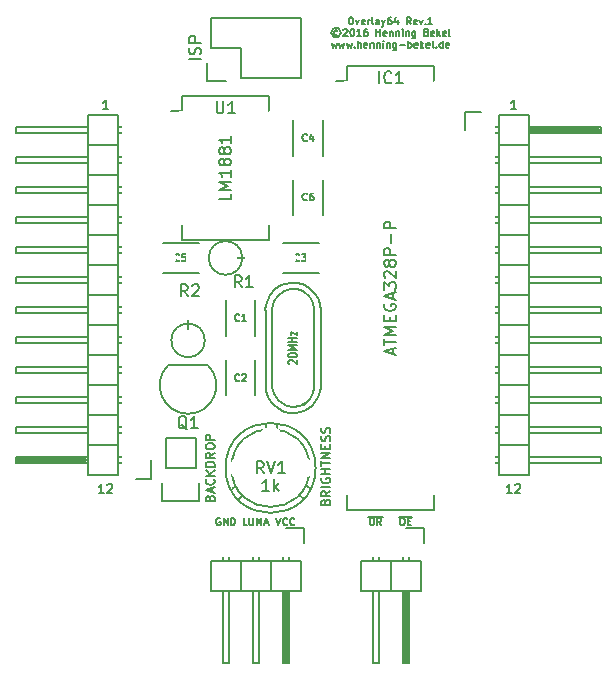
<source format=gto>
G04 #@! TF.FileFunction,Legend,Top*
%FSLAX46Y46*%
G04 Gerber Fmt 4.6, Leading zero omitted, Abs format (unit mm)*
G04 Created by KiCad (PCBNEW 4.0.0-rc2-stable) date 24.05.2016 15:53:59*
%MOMM*%
G01*
G04 APERTURE LIST*
%ADD10C,0.100000*%
%ADD11C,0.150000*%
%ADD12O,2.000000X2.000000*%
%ADD13R,1.700000X1.700000*%
%ADD14C,1.700000*%
%ADD15R,2.127200X2.127200*%
%ADD16O,2.127200X2.127200*%
%ADD17O,1.299160X1.901140*%
%ADD18C,1.797000*%
%ADD19C,1.901140*%
%ADD20R,2.432000X2.127200*%
%ADD21O,2.432000X2.127200*%
%ADD22R,2.127200X2.432000*%
%ADD23O,2.127200X2.432000*%
%ADD24R,2.432000X2.432000*%
%ADD25O,2.432000X2.432000*%
%ADD26C,4.400000*%
%ADD27C,1.924000*%
G04 APERTURE END LIST*
D10*
D11*
X154079999Y-76659429D02*
X154194285Y-76659429D01*
X154251427Y-76688000D01*
X154308570Y-76745143D01*
X154337142Y-76859429D01*
X154337142Y-77059429D01*
X154308570Y-77173714D01*
X154251427Y-77230857D01*
X154194285Y-77259429D01*
X154079999Y-77259429D01*
X154022856Y-77230857D01*
X153965713Y-77173714D01*
X153937142Y-77059429D01*
X153937142Y-76859429D01*
X153965713Y-76745143D01*
X154022856Y-76688000D01*
X154079999Y-76659429D01*
X154537141Y-76859429D02*
X154679998Y-77259429D01*
X154822856Y-76859429D01*
X155279999Y-77230857D02*
X155222856Y-77259429D01*
X155108570Y-77259429D01*
X155051427Y-77230857D01*
X155022856Y-77173714D01*
X155022856Y-76945143D01*
X155051427Y-76888000D01*
X155108570Y-76859429D01*
X155222856Y-76859429D01*
X155279999Y-76888000D01*
X155308570Y-76945143D01*
X155308570Y-77002286D01*
X155022856Y-77059429D01*
X155565713Y-77259429D02*
X155565713Y-76859429D01*
X155565713Y-76973714D02*
X155594285Y-76916571D01*
X155622856Y-76888000D01*
X155679999Y-76859429D01*
X155737142Y-76859429D01*
X156022856Y-77259429D02*
X155965714Y-77230857D01*
X155937142Y-77173714D01*
X155937142Y-76659429D01*
X156508571Y-77259429D02*
X156508571Y-76945143D01*
X156480000Y-76888000D01*
X156422857Y-76859429D01*
X156308571Y-76859429D01*
X156251428Y-76888000D01*
X156508571Y-77230857D02*
X156451428Y-77259429D01*
X156308571Y-77259429D01*
X156251428Y-77230857D01*
X156222857Y-77173714D01*
X156222857Y-77116571D01*
X156251428Y-77059429D01*
X156308571Y-77030857D01*
X156451428Y-77030857D01*
X156508571Y-77002286D01*
X156737142Y-76859429D02*
X156879999Y-77259429D01*
X157022857Y-76859429D02*
X156879999Y-77259429D01*
X156822857Y-77402286D01*
X156794285Y-77430857D01*
X156737142Y-77459429D01*
X157508571Y-76659429D02*
X157394285Y-76659429D01*
X157337142Y-76688000D01*
X157308571Y-76716571D01*
X157251428Y-76802286D01*
X157222857Y-76916571D01*
X157222857Y-77145143D01*
X157251428Y-77202286D01*
X157280000Y-77230857D01*
X157337142Y-77259429D01*
X157451428Y-77259429D01*
X157508571Y-77230857D01*
X157537142Y-77202286D01*
X157565714Y-77145143D01*
X157565714Y-77002286D01*
X157537142Y-76945143D01*
X157508571Y-76916571D01*
X157451428Y-76888000D01*
X157337142Y-76888000D01*
X157280000Y-76916571D01*
X157251428Y-76945143D01*
X157222857Y-77002286D01*
X158080000Y-76859429D02*
X158080000Y-77259429D01*
X157937143Y-76630857D02*
X157794286Y-77059429D01*
X158165714Y-77059429D01*
X159194286Y-77259429D02*
X158994286Y-76973714D01*
X158851429Y-77259429D02*
X158851429Y-76659429D01*
X159080001Y-76659429D01*
X159137143Y-76688000D01*
X159165715Y-76716571D01*
X159194286Y-76773714D01*
X159194286Y-76859429D01*
X159165715Y-76916571D01*
X159137143Y-76945143D01*
X159080001Y-76973714D01*
X158851429Y-76973714D01*
X159680001Y-77230857D02*
X159622858Y-77259429D01*
X159508572Y-77259429D01*
X159451429Y-77230857D01*
X159422858Y-77173714D01*
X159422858Y-76945143D01*
X159451429Y-76888000D01*
X159508572Y-76859429D01*
X159622858Y-76859429D01*
X159680001Y-76888000D01*
X159708572Y-76945143D01*
X159708572Y-77002286D01*
X159422858Y-77059429D01*
X159908572Y-76859429D02*
X160051429Y-77259429D01*
X160194287Y-76859429D01*
X160422858Y-77202286D02*
X160451430Y-77230857D01*
X160422858Y-77259429D01*
X160394287Y-77230857D01*
X160422858Y-77202286D01*
X160422858Y-77259429D01*
X161022858Y-77259429D02*
X160680001Y-77259429D01*
X160851429Y-77259429D02*
X160851429Y-76659429D01*
X160794286Y-76745143D01*
X160737144Y-76802286D01*
X160680001Y-76830857D01*
X152979999Y-77792286D02*
X152922857Y-77763714D01*
X152808571Y-77763714D01*
X152751428Y-77792286D01*
X152694285Y-77849429D01*
X152665714Y-77906571D01*
X152665714Y-78020857D01*
X152694285Y-78078000D01*
X152751428Y-78135143D01*
X152808571Y-78163714D01*
X152922857Y-78163714D01*
X152979999Y-78135143D01*
X152865714Y-77563714D02*
X152722857Y-77592286D01*
X152579999Y-77678000D01*
X152494285Y-77820857D01*
X152465714Y-77963714D01*
X152494285Y-78106571D01*
X152579999Y-78249429D01*
X152722857Y-78335143D01*
X152865714Y-78363714D01*
X153008571Y-78335143D01*
X153151428Y-78249429D01*
X153237142Y-78106571D01*
X153265714Y-77963714D01*
X153237142Y-77820857D01*
X153151428Y-77678000D01*
X153008571Y-77592286D01*
X152865714Y-77563714D01*
X153494285Y-77706571D02*
X153522856Y-77678000D01*
X153579999Y-77649429D01*
X153722856Y-77649429D01*
X153779999Y-77678000D01*
X153808570Y-77706571D01*
X153837142Y-77763714D01*
X153837142Y-77820857D01*
X153808570Y-77906571D01*
X153465713Y-78249429D01*
X153837142Y-78249429D01*
X154208571Y-77649429D02*
X154265714Y-77649429D01*
X154322857Y-77678000D01*
X154351428Y-77706571D01*
X154379999Y-77763714D01*
X154408571Y-77878000D01*
X154408571Y-78020857D01*
X154379999Y-78135143D01*
X154351428Y-78192286D01*
X154322857Y-78220857D01*
X154265714Y-78249429D01*
X154208571Y-78249429D01*
X154151428Y-78220857D01*
X154122857Y-78192286D01*
X154094285Y-78135143D01*
X154065714Y-78020857D01*
X154065714Y-77878000D01*
X154094285Y-77763714D01*
X154122857Y-77706571D01*
X154151428Y-77678000D01*
X154208571Y-77649429D01*
X154980000Y-78249429D02*
X154637143Y-78249429D01*
X154808571Y-78249429D02*
X154808571Y-77649429D01*
X154751428Y-77735143D01*
X154694286Y-77792286D01*
X154637143Y-77820857D01*
X155494286Y-77649429D02*
X155380000Y-77649429D01*
X155322857Y-77678000D01*
X155294286Y-77706571D01*
X155237143Y-77792286D01*
X155208572Y-77906571D01*
X155208572Y-78135143D01*
X155237143Y-78192286D01*
X155265715Y-78220857D01*
X155322857Y-78249429D01*
X155437143Y-78249429D01*
X155494286Y-78220857D01*
X155522857Y-78192286D01*
X155551429Y-78135143D01*
X155551429Y-77992286D01*
X155522857Y-77935143D01*
X155494286Y-77906571D01*
X155437143Y-77878000D01*
X155322857Y-77878000D01*
X155265715Y-77906571D01*
X155237143Y-77935143D01*
X155208572Y-77992286D01*
X156265715Y-78249429D02*
X156265715Y-77649429D01*
X156265715Y-77935143D02*
X156608572Y-77935143D01*
X156608572Y-78249429D02*
X156608572Y-77649429D01*
X157122858Y-78220857D02*
X157065715Y-78249429D01*
X156951429Y-78249429D01*
X156894286Y-78220857D01*
X156865715Y-78163714D01*
X156865715Y-77935143D01*
X156894286Y-77878000D01*
X156951429Y-77849429D01*
X157065715Y-77849429D01*
X157122858Y-77878000D01*
X157151429Y-77935143D01*
X157151429Y-77992286D01*
X156865715Y-78049429D01*
X157408572Y-77849429D02*
X157408572Y-78249429D01*
X157408572Y-77906571D02*
X157437144Y-77878000D01*
X157494286Y-77849429D01*
X157580001Y-77849429D01*
X157637144Y-77878000D01*
X157665715Y-77935143D01*
X157665715Y-78249429D01*
X157951429Y-77849429D02*
X157951429Y-78249429D01*
X157951429Y-77906571D02*
X157980001Y-77878000D01*
X158037143Y-77849429D01*
X158122858Y-77849429D01*
X158180001Y-77878000D01*
X158208572Y-77935143D01*
X158208572Y-78249429D01*
X158494286Y-78249429D02*
X158494286Y-77849429D01*
X158494286Y-77649429D02*
X158465715Y-77678000D01*
X158494286Y-77706571D01*
X158522858Y-77678000D01*
X158494286Y-77649429D01*
X158494286Y-77706571D01*
X158780000Y-77849429D02*
X158780000Y-78249429D01*
X158780000Y-77906571D02*
X158808572Y-77878000D01*
X158865714Y-77849429D01*
X158951429Y-77849429D01*
X159008572Y-77878000D01*
X159037143Y-77935143D01*
X159037143Y-78249429D01*
X159580000Y-77849429D02*
X159580000Y-78335143D01*
X159551429Y-78392286D01*
X159522857Y-78420857D01*
X159465714Y-78449429D01*
X159380000Y-78449429D01*
X159322857Y-78420857D01*
X159580000Y-78220857D02*
X159522857Y-78249429D01*
X159408571Y-78249429D01*
X159351429Y-78220857D01*
X159322857Y-78192286D01*
X159294286Y-78135143D01*
X159294286Y-77963714D01*
X159322857Y-77906571D01*
X159351429Y-77878000D01*
X159408571Y-77849429D01*
X159522857Y-77849429D01*
X159580000Y-77878000D01*
X160522857Y-77935143D02*
X160608571Y-77963714D01*
X160637143Y-77992286D01*
X160665714Y-78049429D01*
X160665714Y-78135143D01*
X160637143Y-78192286D01*
X160608571Y-78220857D01*
X160551429Y-78249429D01*
X160322857Y-78249429D01*
X160322857Y-77649429D01*
X160522857Y-77649429D01*
X160580000Y-77678000D01*
X160608571Y-77706571D01*
X160637143Y-77763714D01*
X160637143Y-77820857D01*
X160608571Y-77878000D01*
X160580000Y-77906571D01*
X160522857Y-77935143D01*
X160322857Y-77935143D01*
X161151429Y-78220857D02*
X161094286Y-78249429D01*
X160980000Y-78249429D01*
X160922857Y-78220857D01*
X160894286Y-78163714D01*
X160894286Y-77935143D01*
X160922857Y-77878000D01*
X160980000Y-77849429D01*
X161094286Y-77849429D01*
X161151429Y-77878000D01*
X161180000Y-77935143D01*
X161180000Y-77992286D01*
X160894286Y-78049429D01*
X161437143Y-78249429D02*
X161437143Y-77649429D01*
X161494286Y-78020857D02*
X161665715Y-78249429D01*
X161665715Y-77849429D02*
X161437143Y-78078000D01*
X162151429Y-78220857D02*
X162094286Y-78249429D01*
X161980000Y-78249429D01*
X161922857Y-78220857D01*
X161894286Y-78163714D01*
X161894286Y-77935143D01*
X161922857Y-77878000D01*
X161980000Y-77849429D01*
X162094286Y-77849429D01*
X162151429Y-77878000D01*
X162180000Y-77935143D01*
X162180000Y-77992286D01*
X161894286Y-78049429D01*
X162522857Y-78249429D02*
X162465715Y-78220857D01*
X162437143Y-78163714D01*
X162437143Y-77649429D01*
X152494287Y-78839429D02*
X152608573Y-79239429D01*
X152722859Y-78953714D01*
X152837144Y-79239429D01*
X152951430Y-78839429D01*
X153122858Y-78839429D02*
X153237144Y-79239429D01*
X153351430Y-78953714D01*
X153465715Y-79239429D01*
X153580001Y-78839429D01*
X153751429Y-78839429D02*
X153865715Y-79239429D01*
X153980001Y-78953714D01*
X154094286Y-79239429D01*
X154208572Y-78839429D01*
X154437143Y-79182286D02*
X154465715Y-79210857D01*
X154437143Y-79239429D01*
X154408572Y-79210857D01*
X154437143Y-79182286D01*
X154437143Y-79239429D01*
X154722857Y-79239429D02*
X154722857Y-78639429D01*
X154980000Y-79239429D02*
X154980000Y-78925143D01*
X154951429Y-78868000D01*
X154894286Y-78839429D01*
X154808571Y-78839429D01*
X154751429Y-78868000D01*
X154722857Y-78896571D01*
X155494286Y-79210857D02*
X155437143Y-79239429D01*
X155322857Y-79239429D01*
X155265714Y-79210857D01*
X155237143Y-79153714D01*
X155237143Y-78925143D01*
X155265714Y-78868000D01*
X155322857Y-78839429D01*
X155437143Y-78839429D01*
X155494286Y-78868000D01*
X155522857Y-78925143D01*
X155522857Y-78982286D01*
X155237143Y-79039429D01*
X155780000Y-78839429D02*
X155780000Y-79239429D01*
X155780000Y-78896571D02*
X155808572Y-78868000D01*
X155865714Y-78839429D01*
X155951429Y-78839429D01*
X156008572Y-78868000D01*
X156037143Y-78925143D01*
X156037143Y-79239429D01*
X156322857Y-78839429D02*
X156322857Y-79239429D01*
X156322857Y-78896571D02*
X156351429Y-78868000D01*
X156408571Y-78839429D01*
X156494286Y-78839429D01*
X156551429Y-78868000D01*
X156580000Y-78925143D01*
X156580000Y-79239429D01*
X156865714Y-79239429D02*
X156865714Y-78839429D01*
X156865714Y-78639429D02*
X156837143Y-78668000D01*
X156865714Y-78696571D01*
X156894286Y-78668000D01*
X156865714Y-78639429D01*
X156865714Y-78696571D01*
X157151428Y-78839429D02*
X157151428Y-79239429D01*
X157151428Y-78896571D02*
X157180000Y-78868000D01*
X157237142Y-78839429D01*
X157322857Y-78839429D01*
X157380000Y-78868000D01*
X157408571Y-78925143D01*
X157408571Y-79239429D01*
X157951428Y-78839429D02*
X157951428Y-79325143D01*
X157922857Y-79382286D01*
X157894285Y-79410857D01*
X157837142Y-79439429D01*
X157751428Y-79439429D01*
X157694285Y-79410857D01*
X157951428Y-79210857D02*
X157894285Y-79239429D01*
X157779999Y-79239429D01*
X157722857Y-79210857D01*
X157694285Y-79182286D01*
X157665714Y-79125143D01*
X157665714Y-78953714D01*
X157694285Y-78896571D01*
X157722857Y-78868000D01*
X157779999Y-78839429D01*
X157894285Y-78839429D01*
X157951428Y-78868000D01*
X158237142Y-79010857D02*
X158694285Y-79010857D01*
X158979999Y-79239429D02*
X158979999Y-78639429D01*
X158979999Y-78868000D02*
X159037142Y-78839429D01*
X159151428Y-78839429D01*
X159208571Y-78868000D01*
X159237142Y-78896571D01*
X159265713Y-78953714D01*
X159265713Y-79125143D01*
X159237142Y-79182286D01*
X159208571Y-79210857D01*
X159151428Y-79239429D01*
X159037142Y-79239429D01*
X158979999Y-79210857D01*
X159751428Y-79210857D02*
X159694285Y-79239429D01*
X159579999Y-79239429D01*
X159522856Y-79210857D01*
X159494285Y-79153714D01*
X159494285Y-78925143D01*
X159522856Y-78868000D01*
X159579999Y-78839429D01*
X159694285Y-78839429D01*
X159751428Y-78868000D01*
X159779999Y-78925143D01*
X159779999Y-78982286D01*
X159494285Y-79039429D01*
X160037142Y-79239429D02*
X160037142Y-78639429D01*
X160094285Y-79010857D02*
X160265714Y-79239429D01*
X160265714Y-78839429D02*
X160037142Y-79068000D01*
X160751428Y-79210857D02*
X160694285Y-79239429D01*
X160579999Y-79239429D01*
X160522856Y-79210857D01*
X160494285Y-79153714D01*
X160494285Y-78925143D01*
X160522856Y-78868000D01*
X160579999Y-78839429D01*
X160694285Y-78839429D01*
X160751428Y-78868000D01*
X160779999Y-78925143D01*
X160779999Y-78982286D01*
X160494285Y-79039429D01*
X161122856Y-79239429D02*
X161065714Y-79210857D01*
X161037142Y-79153714D01*
X161037142Y-78639429D01*
X161351428Y-79182286D02*
X161380000Y-79210857D01*
X161351428Y-79239429D01*
X161322857Y-79210857D01*
X161351428Y-79182286D01*
X161351428Y-79239429D01*
X161894285Y-79239429D02*
X161894285Y-78639429D01*
X161894285Y-79210857D02*
X161837142Y-79239429D01*
X161722856Y-79239429D01*
X161665714Y-79210857D01*
X161637142Y-79182286D01*
X161608571Y-79125143D01*
X161608571Y-78953714D01*
X161637142Y-78896571D01*
X161665714Y-78868000D01*
X161722856Y-78839429D01*
X161837142Y-78839429D01*
X161894285Y-78868000D01*
X162408571Y-79210857D02*
X162351428Y-79239429D01*
X162237142Y-79239429D01*
X162179999Y-79210857D01*
X162151428Y-79153714D01*
X162151428Y-78925143D01*
X162179999Y-78868000D01*
X162237142Y-78839429D01*
X162351428Y-78839429D01*
X162408571Y-78868000D01*
X162437142Y-78925143D01*
X162437142Y-78982286D01*
X162151428Y-79039429D01*
X148881190Y-106005142D02*
X148845000Y-105976571D01*
X148808810Y-105919428D01*
X148808810Y-105776571D01*
X148845000Y-105719428D01*
X148881190Y-105690857D01*
X148953571Y-105662285D01*
X149025952Y-105662285D01*
X149134524Y-105690857D01*
X149568810Y-106033714D01*
X149568810Y-105662285D01*
X148808810Y-105290856D02*
X148808810Y-105233713D01*
X148845000Y-105176570D01*
X148881190Y-105147999D01*
X148953571Y-105119428D01*
X149098333Y-105090856D01*
X149279286Y-105090856D01*
X149424048Y-105119428D01*
X149496429Y-105147999D01*
X149532619Y-105176570D01*
X149568810Y-105233713D01*
X149568810Y-105290856D01*
X149532619Y-105347999D01*
X149496429Y-105376570D01*
X149424048Y-105405142D01*
X149279286Y-105433713D01*
X149098333Y-105433713D01*
X148953571Y-105405142D01*
X148881190Y-105376570D01*
X148845000Y-105347999D01*
X148808810Y-105290856D01*
X149568810Y-104833713D02*
X148808810Y-104833713D01*
X149351667Y-104633713D01*
X148808810Y-104433713D01*
X149568810Y-104433713D01*
X149568810Y-104147999D02*
X148808810Y-104147999D01*
X149170714Y-104147999D02*
X149170714Y-103805142D01*
X149568810Y-103805142D02*
X148808810Y-103805142D01*
X149062143Y-103576571D02*
X149062143Y-103262285D01*
X149568810Y-103576571D01*
X149568810Y-103262285D01*
X144680000Y-107402286D02*
X144651429Y-107430857D01*
X144565715Y-107459429D01*
X144508572Y-107459429D01*
X144422857Y-107430857D01*
X144365715Y-107373714D01*
X144337143Y-107316571D01*
X144308572Y-107202286D01*
X144308572Y-107116571D01*
X144337143Y-107002286D01*
X144365715Y-106945143D01*
X144422857Y-106888000D01*
X144508572Y-106859429D01*
X144565715Y-106859429D01*
X144651429Y-106888000D01*
X144680000Y-106916571D01*
X144908572Y-106916571D02*
X144937143Y-106888000D01*
X144994286Y-106859429D01*
X145137143Y-106859429D01*
X145194286Y-106888000D01*
X145222857Y-106916571D01*
X145251429Y-106973714D01*
X145251429Y-107030857D01*
X145222857Y-107116571D01*
X144880000Y-107459429D01*
X145251429Y-107459429D01*
X144680000Y-102322286D02*
X144651429Y-102350857D01*
X144565715Y-102379429D01*
X144508572Y-102379429D01*
X144422857Y-102350857D01*
X144365715Y-102293714D01*
X144337143Y-102236571D01*
X144308572Y-102122286D01*
X144308572Y-102036571D01*
X144337143Y-101922286D01*
X144365715Y-101865143D01*
X144422857Y-101808000D01*
X144508572Y-101779429D01*
X144565715Y-101779429D01*
X144651429Y-101808000D01*
X144680000Y-101836571D01*
X145251429Y-102379429D02*
X144908572Y-102379429D01*
X145080000Y-102379429D02*
X145080000Y-101779429D01*
X145022857Y-101865143D01*
X144965715Y-101922286D01*
X144908572Y-101950857D01*
X139600000Y-97242286D02*
X139571429Y-97270857D01*
X139485715Y-97299429D01*
X139428572Y-97299429D01*
X139342857Y-97270857D01*
X139285715Y-97213714D01*
X139257143Y-97156571D01*
X139228572Y-97042286D01*
X139228572Y-96956571D01*
X139257143Y-96842286D01*
X139285715Y-96785143D01*
X139342857Y-96728000D01*
X139428572Y-96699429D01*
X139485715Y-96699429D01*
X139571429Y-96728000D01*
X139600000Y-96756571D01*
X140142857Y-96699429D02*
X139857143Y-96699429D01*
X139828572Y-96985143D01*
X139857143Y-96956571D01*
X139914286Y-96928000D01*
X140057143Y-96928000D01*
X140114286Y-96956571D01*
X140142857Y-96985143D01*
X140171429Y-97042286D01*
X140171429Y-97185143D01*
X140142857Y-97242286D01*
X140114286Y-97270857D01*
X140057143Y-97299429D01*
X139914286Y-97299429D01*
X139857143Y-97270857D01*
X139828572Y-97242286D01*
X149760000Y-97242286D02*
X149731429Y-97270857D01*
X149645715Y-97299429D01*
X149588572Y-97299429D01*
X149502857Y-97270857D01*
X149445715Y-97213714D01*
X149417143Y-97156571D01*
X149388572Y-97042286D01*
X149388572Y-96956571D01*
X149417143Y-96842286D01*
X149445715Y-96785143D01*
X149502857Y-96728000D01*
X149588572Y-96699429D01*
X149645715Y-96699429D01*
X149731429Y-96728000D01*
X149760000Y-96756571D01*
X149960000Y-96699429D02*
X150331429Y-96699429D01*
X150131429Y-96928000D01*
X150217143Y-96928000D01*
X150274286Y-96956571D01*
X150302857Y-96985143D01*
X150331429Y-97042286D01*
X150331429Y-97185143D01*
X150302857Y-97242286D01*
X150274286Y-97270857D01*
X150217143Y-97299429D01*
X150045715Y-97299429D01*
X149988572Y-97270857D01*
X149960000Y-97242286D01*
X150395000Y-92098786D02*
X150366429Y-92127357D01*
X150280715Y-92155929D01*
X150223572Y-92155929D01*
X150137857Y-92127357D01*
X150080715Y-92070214D01*
X150052143Y-92013071D01*
X150023572Y-91898786D01*
X150023572Y-91813071D01*
X150052143Y-91698786D01*
X150080715Y-91641643D01*
X150137857Y-91584500D01*
X150223572Y-91555929D01*
X150280715Y-91555929D01*
X150366429Y-91584500D01*
X150395000Y-91613071D01*
X150909286Y-91555929D02*
X150795000Y-91555929D01*
X150737857Y-91584500D01*
X150709286Y-91613071D01*
X150652143Y-91698786D01*
X150623572Y-91813071D01*
X150623572Y-92041643D01*
X150652143Y-92098786D01*
X150680715Y-92127357D01*
X150737857Y-92155929D01*
X150852143Y-92155929D01*
X150909286Y-92127357D01*
X150937857Y-92098786D01*
X150966429Y-92041643D01*
X150966429Y-91898786D01*
X150937857Y-91841643D01*
X150909286Y-91813071D01*
X150852143Y-91784500D01*
X150737857Y-91784500D01*
X150680715Y-91813071D01*
X150652143Y-91841643D01*
X150623572Y-91898786D01*
X150395000Y-87082286D02*
X150366429Y-87110857D01*
X150280715Y-87139429D01*
X150223572Y-87139429D01*
X150137857Y-87110857D01*
X150080715Y-87053714D01*
X150052143Y-86996571D01*
X150023572Y-86882286D01*
X150023572Y-86796571D01*
X150052143Y-86682286D01*
X150080715Y-86625143D01*
X150137857Y-86568000D01*
X150223572Y-86539429D01*
X150280715Y-86539429D01*
X150366429Y-86568000D01*
X150395000Y-86596571D01*
X150909286Y-86739429D02*
X150909286Y-87139429D01*
X150766429Y-86510857D02*
X150623572Y-86939429D01*
X150995000Y-86939429D01*
X133207143Y-116925286D02*
X132778571Y-116925286D01*
X132992857Y-116925286D02*
X132992857Y-116175286D01*
X132921428Y-116282429D01*
X132850000Y-116353857D01*
X132778571Y-116389571D01*
X133492857Y-116246714D02*
X133528571Y-116211000D01*
X133600000Y-116175286D01*
X133778571Y-116175286D01*
X133850000Y-116211000D01*
X133885714Y-116246714D01*
X133921429Y-116318143D01*
X133921429Y-116389571D01*
X133885714Y-116496714D01*
X133457143Y-116925286D01*
X133921429Y-116925286D01*
X168108286Y-84413286D02*
X167679714Y-84413286D01*
X167894000Y-84413286D02*
X167894000Y-83663286D01*
X167822571Y-83770429D01*
X167751143Y-83841857D01*
X167679714Y-83877571D01*
X167751143Y-116925286D02*
X167322571Y-116925286D01*
X167536857Y-116925286D02*
X167536857Y-116175286D01*
X167465428Y-116282429D01*
X167394000Y-116353857D01*
X167322571Y-116389571D01*
X168036857Y-116246714D02*
X168072571Y-116211000D01*
X168144000Y-116175286D01*
X168322571Y-116175286D01*
X168394000Y-116211000D01*
X168429714Y-116246714D01*
X168465429Y-116318143D01*
X168465429Y-116389571D01*
X168429714Y-116496714D01*
X168001143Y-116925286D01*
X168465429Y-116925286D01*
X133564286Y-84413286D02*
X133135714Y-84413286D01*
X133350000Y-84413286D02*
X133350000Y-83663286D01*
X133278571Y-83770429D01*
X133207143Y-83841857D01*
X133135714Y-83877571D01*
X158421429Y-119051429D02*
X158535715Y-119051429D01*
X158592857Y-119080000D01*
X158650000Y-119137143D01*
X158678572Y-119251429D01*
X158678572Y-119451429D01*
X158650000Y-119565714D01*
X158592857Y-119622857D01*
X158535715Y-119651429D01*
X158421429Y-119651429D01*
X158364286Y-119622857D01*
X158307143Y-119565714D01*
X158278572Y-119451429D01*
X158278572Y-119251429D01*
X158307143Y-119137143D01*
X158364286Y-119080000D01*
X158421429Y-119051429D01*
X158935714Y-119337143D02*
X159135714Y-119337143D01*
X159221428Y-119651429D02*
X158935714Y-119651429D01*
X158935714Y-119051429D01*
X159221428Y-119051429D01*
X158164286Y-118948000D02*
X159335714Y-118948000D01*
X155852858Y-119051429D02*
X155967144Y-119051429D01*
X156024286Y-119080000D01*
X156081429Y-119137143D01*
X156110001Y-119251429D01*
X156110001Y-119451429D01*
X156081429Y-119565714D01*
X156024286Y-119622857D01*
X155967144Y-119651429D01*
X155852858Y-119651429D01*
X155795715Y-119622857D01*
X155738572Y-119565714D01*
X155710001Y-119451429D01*
X155710001Y-119251429D01*
X155738572Y-119137143D01*
X155795715Y-119080000D01*
X155852858Y-119051429D01*
X156710000Y-119651429D02*
X156510000Y-119365714D01*
X156367143Y-119651429D02*
X156367143Y-119051429D01*
X156595715Y-119051429D01*
X156652857Y-119080000D01*
X156681429Y-119108571D01*
X156710000Y-119165714D01*
X156710000Y-119251429D01*
X156681429Y-119308571D01*
X156652857Y-119337143D01*
X156595715Y-119365714D01*
X156367143Y-119365714D01*
X155595715Y-118948000D02*
X156824286Y-118948000D01*
X143052858Y-119080000D02*
X142995715Y-119051429D01*
X142910001Y-119051429D01*
X142824286Y-119080000D01*
X142767144Y-119137143D01*
X142738572Y-119194286D01*
X142710001Y-119308571D01*
X142710001Y-119394286D01*
X142738572Y-119508571D01*
X142767144Y-119565714D01*
X142824286Y-119622857D01*
X142910001Y-119651429D01*
X142967144Y-119651429D01*
X143052858Y-119622857D01*
X143081429Y-119594286D01*
X143081429Y-119394286D01*
X142967144Y-119394286D01*
X143338572Y-119651429D02*
X143338572Y-119051429D01*
X143681429Y-119651429D01*
X143681429Y-119051429D01*
X143967143Y-119651429D02*
X143967143Y-119051429D01*
X144110000Y-119051429D01*
X144195715Y-119080000D01*
X144252857Y-119137143D01*
X144281429Y-119194286D01*
X144310000Y-119308571D01*
X144310000Y-119394286D01*
X144281429Y-119508571D01*
X144252857Y-119565714D01*
X144195715Y-119622857D01*
X144110000Y-119651429D01*
X143967143Y-119651429D01*
X145321429Y-119651429D02*
X145035715Y-119651429D01*
X145035715Y-119051429D01*
X145521429Y-119051429D02*
X145521429Y-119537143D01*
X145550001Y-119594286D01*
X145578572Y-119622857D01*
X145635715Y-119651429D01*
X145750001Y-119651429D01*
X145807143Y-119622857D01*
X145835715Y-119594286D01*
X145864286Y-119537143D01*
X145864286Y-119051429D01*
X146150000Y-119651429D02*
X146150000Y-119051429D01*
X146350000Y-119480000D01*
X146550000Y-119051429D01*
X146550000Y-119651429D01*
X146807143Y-119480000D02*
X147092857Y-119480000D01*
X146750000Y-119651429D02*
X146950000Y-119051429D01*
X147150000Y-119651429D01*
X147790000Y-119051429D02*
X147990000Y-119651429D01*
X148190000Y-119051429D01*
X148732857Y-119594286D02*
X148704286Y-119622857D01*
X148618572Y-119651429D01*
X148561429Y-119651429D01*
X148475714Y-119622857D01*
X148418572Y-119565714D01*
X148390000Y-119508571D01*
X148361429Y-119394286D01*
X148361429Y-119308571D01*
X148390000Y-119194286D01*
X148418572Y-119137143D01*
X148475714Y-119080000D01*
X148561429Y-119051429D01*
X148618572Y-119051429D01*
X148704286Y-119080000D01*
X148732857Y-119108571D01*
X149332857Y-119594286D02*
X149304286Y-119622857D01*
X149218572Y-119651429D01*
X149161429Y-119651429D01*
X149075714Y-119622857D01*
X149018572Y-119565714D01*
X148990000Y-119508571D01*
X148961429Y-119394286D01*
X148961429Y-119308571D01*
X148990000Y-119194286D01*
X149018572Y-119137143D01*
X149075714Y-119080000D01*
X149161429Y-119051429D01*
X149218572Y-119051429D01*
X149304286Y-119080000D01*
X149332857Y-119108571D01*
X142186429Y-117343714D02*
X142222143Y-117236571D01*
X142257857Y-117200856D01*
X142329286Y-117165142D01*
X142436429Y-117165142D01*
X142507857Y-117200856D01*
X142543571Y-117236571D01*
X142579286Y-117307999D01*
X142579286Y-117593714D01*
X141829286Y-117593714D01*
X141829286Y-117343714D01*
X141865000Y-117272285D01*
X141900714Y-117236571D01*
X141972143Y-117200856D01*
X142043571Y-117200856D01*
X142115000Y-117236571D01*
X142150714Y-117272285D01*
X142186429Y-117343714D01*
X142186429Y-117593714D01*
X142365000Y-116879428D02*
X142365000Y-116522285D01*
X142579286Y-116950856D02*
X141829286Y-116700856D01*
X142579286Y-116450856D01*
X142507857Y-115772285D02*
X142543571Y-115807999D01*
X142579286Y-115915142D01*
X142579286Y-115986571D01*
X142543571Y-116093714D01*
X142472143Y-116165142D01*
X142400714Y-116200857D01*
X142257857Y-116236571D01*
X142150714Y-116236571D01*
X142007857Y-116200857D01*
X141936429Y-116165142D01*
X141865000Y-116093714D01*
X141829286Y-115986571D01*
X141829286Y-115915142D01*
X141865000Y-115807999D01*
X141900714Y-115772285D01*
X142579286Y-115450857D02*
X141829286Y-115450857D01*
X142579286Y-115022285D02*
X142150714Y-115343714D01*
X141829286Y-115022285D02*
X142257857Y-115450857D01*
X142579286Y-114700857D02*
X141829286Y-114700857D01*
X141829286Y-114522285D01*
X141865000Y-114415142D01*
X141936429Y-114343714D01*
X142007857Y-114307999D01*
X142150714Y-114272285D01*
X142257857Y-114272285D01*
X142400714Y-114307999D01*
X142472143Y-114343714D01*
X142543571Y-114415142D01*
X142579286Y-114522285D01*
X142579286Y-114700857D01*
X142579286Y-113522285D02*
X142222143Y-113772285D01*
X142579286Y-113950857D02*
X141829286Y-113950857D01*
X141829286Y-113665142D01*
X141865000Y-113593714D01*
X141900714Y-113557999D01*
X141972143Y-113522285D01*
X142079286Y-113522285D01*
X142150714Y-113557999D01*
X142186429Y-113593714D01*
X142222143Y-113665142D01*
X142222143Y-113950857D01*
X141829286Y-113057999D02*
X141829286Y-112915142D01*
X141865000Y-112843714D01*
X141936429Y-112772285D01*
X142079286Y-112736571D01*
X142329286Y-112736571D01*
X142472143Y-112772285D01*
X142543571Y-112843714D01*
X142579286Y-112915142D01*
X142579286Y-113057999D01*
X142543571Y-113129428D01*
X142472143Y-113200857D01*
X142329286Y-113236571D01*
X142079286Y-113236571D01*
X141936429Y-113200857D01*
X141865000Y-113129428D01*
X141829286Y-113057999D01*
X142579286Y-112415143D02*
X141829286Y-112415143D01*
X141829286Y-112129428D01*
X141865000Y-112058000D01*
X141900714Y-112022285D01*
X141972143Y-111986571D01*
X142079286Y-111986571D01*
X142150714Y-112022285D01*
X142186429Y-112058000D01*
X142222143Y-112129428D01*
X142222143Y-112415143D01*
X151965429Y-117681000D02*
X152001143Y-117573857D01*
X152036857Y-117538142D01*
X152108286Y-117502428D01*
X152215429Y-117502428D01*
X152286857Y-117538142D01*
X152322571Y-117573857D01*
X152358286Y-117645285D01*
X152358286Y-117931000D01*
X151608286Y-117931000D01*
X151608286Y-117681000D01*
X151644000Y-117609571D01*
X151679714Y-117573857D01*
X151751143Y-117538142D01*
X151822571Y-117538142D01*
X151894000Y-117573857D01*
X151929714Y-117609571D01*
X151965429Y-117681000D01*
X151965429Y-117931000D01*
X152358286Y-116752428D02*
X152001143Y-117002428D01*
X152358286Y-117181000D02*
X151608286Y-117181000D01*
X151608286Y-116895285D01*
X151644000Y-116823857D01*
X151679714Y-116788142D01*
X151751143Y-116752428D01*
X151858286Y-116752428D01*
X151929714Y-116788142D01*
X151965429Y-116823857D01*
X152001143Y-116895285D01*
X152001143Y-117181000D01*
X152358286Y-116431000D02*
X151608286Y-116431000D01*
X151644000Y-115680999D02*
X151608286Y-115752428D01*
X151608286Y-115859571D01*
X151644000Y-115966714D01*
X151715429Y-116038142D01*
X151786857Y-116073857D01*
X151929714Y-116109571D01*
X152036857Y-116109571D01*
X152179714Y-116073857D01*
X152251143Y-116038142D01*
X152322571Y-115966714D01*
X152358286Y-115859571D01*
X152358286Y-115788142D01*
X152322571Y-115680999D01*
X152286857Y-115645285D01*
X152036857Y-115645285D01*
X152036857Y-115788142D01*
X152358286Y-115323857D02*
X151608286Y-115323857D01*
X151965429Y-115323857D02*
X151965429Y-114895285D01*
X152358286Y-114895285D02*
X151608286Y-114895285D01*
X151608286Y-114645285D02*
X151608286Y-114216714D01*
X152358286Y-114431000D02*
X151608286Y-114431000D01*
X152358286Y-113966714D02*
X151608286Y-113966714D01*
X152358286Y-113538142D01*
X151608286Y-113538142D01*
X151965429Y-113181000D02*
X151965429Y-112931000D01*
X152358286Y-112823857D02*
X152358286Y-113181000D01*
X151608286Y-113181000D01*
X151608286Y-112823857D01*
X152322571Y-112538143D02*
X152358286Y-112431000D01*
X152358286Y-112252429D01*
X152322571Y-112181000D01*
X152286857Y-112145286D01*
X152215429Y-112109571D01*
X152144000Y-112109571D01*
X152072571Y-112145286D01*
X152036857Y-112181000D01*
X152001143Y-112252429D01*
X151965429Y-112395286D01*
X151929714Y-112466714D01*
X151894000Y-112502429D01*
X151822571Y-112538143D01*
X151751143Y-112538143D01*
X151679714Y-112502429D01*
X151644000Y-112466714D01*
X151608286Y-112395286D01*
X151608286Y-112216714D01*
X151644000Y-112109571D01*
X152322571Y-111823857D02*
X152358286Y-111716714D01*
X152358286Y-111538143D01*
X152322571Y-111466714D01*
X152286857Y-111431000D01*
X152215429Y-111395285D01*
X152144000Y-111395285D01*
X152072571Y-111431000D01*
X152036857Y-111466714D01*
X152001143Y-111538143D01*
X151965429Y-111681000D01*
X151929714Y-111752428D01*
X151894000Y-111788143D01*
X151822571Y-111823857D01*
X151751143Y-111823857D01*
X151679714Y-111788143D01*
X151644000Y-111752428D01*
X151608286Y-111681000D01*
X151608286Y-111502428D01*
X151644000Y-111395285D01*
X153805000Y-80763000D02*
X153805000Y-82033000D01*
X161155000Y-80763000D02*
X161155000Y-82033000D01*
X161155000Y-118373000D02*
X161155000Y-117103000D01*
X153805000Y-118373000D02*
X153805000Y-117103000D01*
X153805000Y-80763000D02*
X161155000Y-80763000D01*
X153805000Y-118373000D02*
X161155000Y-118373000D01*
X153805000Y-82033000D02*
X152870000Y-82033000D01*
X139835000Y-83303000D02*
X139835000Y-84573000D01*
X147185000Y-83303000D02*
X147185000Y-84573000D01*
X147185000Y-95513000D02*
X147185000Y-94243000D01*
X139835000Y-95513000D02*
X139835000Y-94243000D01*
X139835000Y-83303000D02*
X147185000Y-83303000D01*
X139835000Y-95513000D02*
X147185000Y-95513000D01*
X139835000Y-84573000D02*
X138900000Y-84573000D01*
X143530000Y-103628000D02*
X143530000Y-100628000D01*
X146030000Y-100628000D02*
X146030000Y-103628000D01*
X146030000Y-105668000D02*
X146030000Y-108668000D01*
X143530000Y-108668000D02*
X143530000Y-105668000D01*
X151380000Y-98278000D02*
X148380000Y-98278000D01*
X148380000Y-95778000D02*
X151380000Y-95778000D01*
X149245000Y-88388000D02*
X149245000Y-85388000D01*
X151745000Y-85388000D02*
X151745000Y-88388000D01*
X141220000Y-98278000D02*
X138220000Y-98278000D01*
X138220000Y-95778000D02*
X141220000Y-95778000D01*
X151745000Y-90428000D02*
X151745000Y-93428000D01*
X149245000Y-93428000D02*
X149245000Y-90428000D01*
X144780000Y-81788000D02*
X149860000Y-81788000D01*
X141960000Y-82068000D02*
X141960000Y-80518000D01*
X142240000Y-79248000D02*
X144780000Y-79248000D01*
X144780000Y-79248000D02*
X144780000Y-81788000D01*
X149860000Y-81788000D02*
X149860000Y-76708000D01*
X149860000Y-76708000D02*
X144780000Y-76708000D01*
X141960000Y-82068000D02*
X143510000Y-82068000D01*
X142240000Y-76708000D02*
X142240000Y-79248000D01*
X144780000Y-76708000D02*
X142240000Y-76708000D01*
X142035000Y-106123000D02*
X138635000Y-106123000D01*
X142032056Y-106125944D02*
G75*
G02X140335000Y-110223000I-1697056J-1697056D01*
G01*
X138637944Y-106125944D02*
G75*
G03X140335000Y-110223000I1697056J-1697056D01*
G01*
X143510000Y-97028000D02*
X146050000Y-97028000D01*
X144929903Y-97028000D02*
G75*
G03X144929903Y-97028000I-1419903J0D01*
G01*
X140335000Y-104013000D02*
X140335000Y-101473000D01*
X141754903Y-104013000D02*
G75*
G03X141754903Y-104013000I-1419903J0D01*
G01*
X150225760Y-109347000D02*
X149824440Y-109547660D01*
X149824440Y-109547660D02*
X149225000Y-109649260D01*
X149225000Y-109649260D02*
X148724620Y-109547660D01*
X148724620Y-109547660D02*
X148026120Y-109148880D01*
X148026120Y-109148880D02*
X147624800Y-108546900D01*
X147624800Y-108546900D02*
X147424140Y-107947460D01*
X147424140Y-107947460D02*
X147424140Y-101348540D01*
X147424140Y-101348540D02*
X147624800Y-100647500D01*
X147624800Y-100647500D02*
X147924520Y-100248720D01*
X147924520Y-100248720D02*
X148424900Y-99847400D01*
X148424900Y-99847400D02*
X149024340Y-99646740D01*
X149024340Y-99646740D02*
X149524720Y-99646740D01*
X149524720Y-99646740D02*
X150025100Y-99847400D01*
X150025100Y-99847400D02*
X150624540Y-100347780D01*
X150624540Y-100347780D02*
X150924260Y-100848160D01*
X150924260Y-100848160D02*
X151025860Y-101348540D01*
X151025860Y-101447600D02*
X151025860Y-108049060D01*
X151025860Y-108049060D02*
X150924260Y-108447840D01*
X150924260Y-108447840D02*
X150624540Y-108948220D01*
X150624540Y-108948220D02*
X150124160Y-109448600D01*
X151554180Y-101457760D02*
X151505920Y-100998020D01*
X151505920Y-100998020D02*
X151394160Y-100599240D01*
X151394160Y-100599240D02*
X151175720Y-100167440D01*
X151175720Y-100167440D02*
X150944580Y-99877880D01*
X150944580Y-99877880D02*
X150594060Y-99547680D01*
X150594060Y-99547680D02*
X150055580Y-99258120D01*
X150055580Y-99258120D02*
X149456140Y-99128580D01*
X149456140Y-99128580D02*
X148945600Y-99128580D01*
X148945600Y-99128580D02*
X148244560Y-99298760D01*
X148244560Y-99298760D02*
X147655280Y-99697540D01*
X147655280Y-99697540D02*
X147284440Y-100157280D01*
X147284440Y-100157280D02*
X147076160Y-100578920D01*
X147076160Y-100578920D02*
X146916140Y-101028500D01*
X146916140Y-101028500D02*
X146885660Y-101467920D01*
X147104100Y-108808520D02*
X147325080Y-109186980D01*
X147325080Y-109186980D02*
X147604480Y-109507020D01*
X147604480Y-109507020D02*
X147934680Y-109758480D01*
X147934680Y-109758480D02*
X148485860Y-110058200D01*
X148485860Y-110058200D02*
X148955760Y-110167420D01*
X148955760Y-110167420D02*
X149415500Y-110187740D01*
X149415500Y-110187740D02*
X149875240Y-110098840D01*
X149875240Y-110098840D02*
X150324820Y-109908340D01*
X150324820Y-109908340D02*
X150794720Y-109547660D01*
X150794720Y-109547660D02*
X151114760Y-109197140D01*
X151114760Y-109197140D02*
X151345900Y-108808520D01*
X151345900Y-108808520D02*
X151485600Y-108379260D01*
X151485600Y-108379260D02*
X151554180Y-107937300D01*
X146895820Y-101447600D02*
X146895820Y-107899200D01*
X146895820Y-107899200D02*
X146933920Y-108318300D01*
X146933920Y-108318300D02*
X147104100Y-108808520D01*
X151554180Y-101447600D02*
X151554180Y-107899200D01*
X163800000Y-84683000D02*
X163800000Y-86233000D01*
X165100000Y-84683000D02*
X163800000Y-84683000D01*
X169291000Y-86106000D02*
X175133000Y-86106000D01*
X175133000Y-86106000D02*
X175133000Y-86360000D01*
X175133000Y-86360000D02*
X169291000Y-86360000D01*
X169291000Y-86360000D02*
X169291000Y-86233000D01*
X169291000Y-86233000D02*
X175133000Y-86233000D01*
X166624000Y-103759000D02*
X166243000Y-103759000D01*
X166624000Y-104267000D02*
X166243000Y-104267000D01*
X166624000Y-106299000D02*
X166243000Y-106299000D01*
X166624000Y-106807000D02*
X166243000Y-106807000D01*
X166624000Y-108839000D02*
X166243000Y-108839000D01*
X166624000Y-109347000D02*
X166243000Y-109347000D01*
X166624000Y-111379000D02*
X166243000Y-111379000D01*
X166624000Y-111887000D02*
X166243000Y-111887000D01*
X166624000Y-114427000D02*
X166243000Y-114427000D01*
X166624000Y-113919000D02*
X166243000Y-113919000D01*
X166624000Y-85979000D02*
X166243000Y-85979000D01*
X166624000Y-86487000D02*
X166243000Y-86487000D01*
X166624000Y-88519000D02*
X166243000Y-88519000D01*
X166624000Y-89027000D02*
X166243000Y-89027000D01*
X166624000Y-91059000D02*
X166243000Y-91059000D01*
X166624000Y-91567000D02*
X166243000Y-91567000D01*
X166624000Y-101727000D02*
X166243000Y-101727000D01*
X166624000Y-101219000D02*
X166243000Y-101219000D01*
X166624000Y-99187000D02*
X166243000Y-99187000D01*
X166624000Y-98679000D02*
X166243000Y-98679000D01*
X166624000Y-96647000D02*
X166243000Y-96647000D01*
X166624000Y-96139000D02*
X166243000Y-96139000D01*
X166624000Y-94107000D02*
X166243000Y-94107000D01*
X166624000Y-93599000D02*
X166243000Y-93599000D01*
X166624000Y-100203000D02*
X169164000Y-100203000D01*
X166624000Y-100203000D02*
X166624000Y-102743000D01*
X166624000Y-102743000D02*
X169164000Y-102743000D01*
X169164000Y-101219000D02*
X175260000Y-101219000D01*
X175260000Y-101219000D02*
X175260000Y-101727000D01*
X175260000Y-101727000D02*
X169164000Y-101727000D01*
X169164000Y-102743000D02*
X169164000Y-100203000D01*
X169164000Y-105283000D02*
X169164000Y-102743000D01*
X175260000Y-104267000D02*
X169164000Y-104267000D01*
X175260000Y-103759000D02*
X175260000Y-104267000D01*
X169164000Y-103759000D02*
X175260000Y-103759000D01*
X166624000Y-105283000D02*
X169164000Y-105283000D01*
X166624000Y-102743000D02*
X166624000Y-105283000D01*
X166624000Y-102743000D02*
X169164000Y-102743000D01*
X166624000Y-107823000D02*
X169164000Y-107823000D01*
X166624000Y-107823000D02*
X166624000Y-110363000D01*
X166624000Y-110363000D02*
X169164000Y-110363000D01*
X169164000Y-108839000D02*
X175260000Y-108839000D01*
X175260000Y-108839000D02*
X175260000Y-109347000D01*
X175260000Y-109347000D02*
X169164000Y-109347000D01*
X169164000Y-110363000D02*
X169164000Y-107823000D01*
X169164000Y-107823000D02*
X169164000Y-105283000D01*
X175260000Y-106807000D02*
X169164000Y-106807000D01*
X175260000Y-106299000D02*
X175260000Y-106807000D01*
X169164000Y-106299000D02*
X175260000Y-106299000D01*
X166624000Y-107823000D02*
X169164000Y-107823000D01*
X166624000Y-105283000D02*
X166624000Y-107823000D01*
X166624000Y-105283000D02*
X169164000Y-105283000D01*
X166624000Y-112903000D02*
X169164000Y-112903000D01*
X166624000Y-112903000D02*
X166624000Y-115443000D01*
X166624000Y-115443000D02*
X169164000Y-115443000D01*
X169164000Y-113919000D02*
X175260000Y-113919000D01*
X175260000Y-113919000D02*
X175260000Y-114427000D01*
X175260000Y-114427000D02*
X169164000Y-114427000D01*
X169164000Y-115443000D02*
X169164000Y-112903000D01*
X169164000Y-112903000D02*
X169164000Y-110363000D01*
X175260000Y-111887000D02*
X169164000Y-111887000D01*
X175260000Y-111379000D02*
X175260000Y-111887000D01*
X169164000Y-111379000D02*
X175260000Y-111379000D01*
X166624000Y-112903000D02*
X169164000Y-112903000D01*
X166624000Y-110363000D02*
X166624000Y-112903000D01*
X166624000Y-110363000D02*
X169164000Y-110363000D01*
X166624000Y-84963000D02*
X169164000Y-84963000D01*
X166624000Y-87503000D02*
X169164000Y-87503000D01*
X166624000Y-87503000D02*
X166624000Y-90043000D01*
X166624000Y-90043000D02*
X169164000Y-90043000D01*
X169164000Y-88519000D02*
X175260000Y-88519000D01*
X175260000Y-88519000D02*
X175260000Y-89027000D01*
X175260000Y-89027000D02*
X169164000Y-89027000D01*
X169164000Y-90043000D02*
X169164000Y-87503000D01*
X169164000Y-87503000D02*
X169164000Y-84963000D01*
X175260000Y-86487000D02*
X169164000Y-86487000D01*
X175260000Y-85979000D02*
X175260000Y-86487000D01*
X169164000Y-85979000D02*
X175260000Y-85979000D01*
X166624000Y-87503000D02*
X169164000Y-87503000D01*
X166624000Y-84963000D02*
X166624000Y-87503000D01*
X166624000Y-95123000D02*
X169164000Y-95123000D01*
X166624000Y-95123000D02*
X166624000Y-97663000D01*
X166624000Y-97663000D02*
X169164000Y-97663000D01*
X169164000Y-96139000D02*
X175260000Y-96139000D01*
X175260000Y-96139000D02*
X175260000Y-96647000D01*
X175260000Y-96647000D02*
X169164000Y-96647000D01*
X169164000Y-97663000D02*
X169164000Y-95123000D01*
X169164000Y-100203000D02*
X169164000Y-97663000D01*
X175260000Y-99187000D02*
X169164000Y-99187000D01*
X175260000Y-98679000D02*
X175260000Y-99187000D01*
X169164000Y-98679000D02*
X175260000Y-98679000D01*
X166624000Y-100203000D02*
X169164000Y-100203000D01*
X166624000Y-97663000D02*
X166624000Y-100203000D01*
X166624000Y-97663000D02*
X169164000Y-97663000D01*
X166624000Y-92583000D02*
X169164000Y-92583000D01*
X166624000Y-92583000D02*
X166624000Y-95123000D01*
X166624000Y-95123000D02*
X169164000Y-95123000D01*
X169164000Y-93599000D02*
X175260000Y-93599000D01*
X175260000Y-93599000D02*
X175260000Y-94107000D01*
X175260000Y-94107000D02*
X169164000Y-94107000D01*
X169164000Y-95123000D02*
X169164000Y-92583000D01*
X169164000Y-92583000D02*
X169164000Y-90043000D01*
X175260000Y-91567000D02*
X169164000Y-91567000D01*
X175260000Y-91059000D02*
X175260000Y-91567000D01*
X169164000Y-91059000D02*
X175260000Y-91059000D01*
X166624000Y-92583000D02*
X169164000Y-92583000D01*
X166624000Y-90043000D02*
X166624000Y-92583000D01*
X166624000Y-90043000D02*
X169164000Y-90043000D01*
X137190000Y-115723000D02*
X137190000Y-114173000D01*
X135890000Y-115723000D02*
X137190000Y-115723000D01*
X131699000Y-114300000D02*
X125857000Y-114300000D01*
X125857000Y-114300000D02*
X125857000Y-114046000D01*
X125857000Y-114046000D02*
X131699000Y-114046000D01*
X131699000Y-114046000D02*
X131699000Y-114173000D01*
X131699000Y-114173000D02*
X125857000Y-114173000D01*
X134366000Y-96647000D02*
X134747000Y-96647000D01*
X134366000Y-96139000D02*
X134747000Y-96139000D01*
X134366000Y-94107000D02*
X134747000Y-94107000D01*
X134366000Y-93599000D02*
X134747000Y-93599000D01*
X134366000Y-91567000D02*
X134747000Y-91567000D01*
X134366000Y-91059000D02*
X134747000Y-91059000D01*
X134366000Y-89027000D02*
X134747000Y-89027000D01*
X134366000Y-88519000D02*
X134747000Y-88519000D01*
X134366000Y-85979000D02*
X134747000Y-85979000D01*
X134366000Y-86487000D02*
X134747000Y-86487000D01*
X134366000Y-114427000D02*
X134747000Y-114427000D01*
X134366000Y-113919000D02*
X134747000Y-113919000D01*
X134366000Y-111887000D02*
X134747000Y-111887000D01*
X134366000Y-111379000D02*
X134747000Y-111379000D01*
X134366000Y-109347000D02*
X134747000Y-109347000D01*
X134366000Y-108839000D02*
X134747000Y-108839000D01*
X134366000Y-98679000D02*
X134747000Y-98679000D01*
X134366000Y-99187000D02*
X134747000Y-99187000D01*
X134366000Y-101219000D02*
X134747000Y-101219000D01*
X134366000Y-101727000D02*
X134747000Y-101727000D01*
X134366000Y-103759000D02*
X134747000Y-103759000D01*
X134366000Y-104267000D02*
X134747000Y-104267000D01*
X134366000Y-106299000D02*
X134747000Y-106299000D01*
X134366000Y-106807000D02*
X134747000Y-106807000D01*
X134366000Y-100203000D02*
X131826000Y-100203000D01*
X134366000Y-100203000D02*
X134366000Y-97663000D01*
X134366000Y-97663000D02*
X131826000Y-97663000D01*
X131826000Y-99187000D02*
X125730000Y-99187000D01*
X125730000Y-99187000D02*
X125730000Y-98679000D01*
X125730000Y-98679000D02*
X131826000Y-98679000D01*
X131826000Y-97663000D02*
X131826000Y-100203000D01*
X131826000Y-95123000D02*
X131826000Y-97663000D01*
X125730000Y-96139000D02*
X131826000Y-96139000D01*
X125730000Y-96647000D02*
X125730000Y-96139000D01*
X131826000Y-96647000D02*
X125730000Y-96647000D01*
X134366000Y-95123000D02*
X131826000Y-95123000D01*
X134366000Y-97663000D02*
X134366000Y-95123000D01*
X134366000Y-97663000D02*
X131826000Y-97663000D01*
X134366000Y-92583000D02*
X131826000Y-92583000D01*
X134366000Y-92583000D02*
X134366000Y-90043000D01*
X134366000Y-90043000D02*
X131826000Y-90043000D01*
X131826000Y-91567000D02*
X125730000Y-91567000D01*
X125730000Y-91567000D02*
X125730000Y-91059000D01*
X125730000Y-91059000D02*
X131826000Y-91059000D01*
X131826000Y-90043000D02*
X131826000Y-92583000D01*
X131826000Y-92583000D02*
X131826000Y-95123000D01*
X125730000Y-93599000D02*
X131826000Y-93599000D01*
X125730000Y-94107000D02*
X125730000Y-93599000D01*
X131826000Y-94107000D02*
X125730000Y-94107000D01*
X134366000Y-92583000D02*
X131826000Y-92583000D01*
X134366000Y-95123000D02*
X134366000Y-92583000D01*
X134366000Y-95123000D02*
X131826000Y-95123000D01*
X134366000Y-87503000D02*
X131826000Y-87503000D01*
X134366000Y-87503000D02*
X134366000Y-84963000D01*
X134366000Y-84963000D02*
X131826000Y-84963000D01*
X131826000Y-86487000D02*
X125730000Y-86487000D01*
X125730000Y-86487000D02*
X125730000Y-85979000D01*
X125730000Y-85979000D02*
X131826000Y-85979000D01*
X131826000Y-84963000D02*
X131826000Y-87503000D01*
X131826000Y-87503000D02*
X131826000Y-90043000D01*
X125730000Y-88519000D02*
X131826000Y-88519000D01*
X125730000Y-89027000D02*
X125730000Y-88519000D01*
X131826000Y-89027000D02*
X125730000Y-89027000D01*
X134366000Y-87503000D02*
X131826000Y-87503000D01*
X134366000Y-90043000D02*
X134366000Y-87503000D01*
X134366000Y-90043000D02*
X131826000Y-90043000D01*
X134366000Y-115443000D02*
X131826000Y-115443000D01*
X134366000Y-112903000D02*
X131826000Y-112903000D01*
X134366000Y-112903000D02*
X134366000Y-110363000D01*
X134366000Y-110363000D02*
X131826000Y-110363000D01*
X131826000Y-111887000D02*
X125730000Y-111887000D01*
X125730000Y-111887000D02*
X125730000Y-111379000D01*
X125730000Y-111379000D02*
X131826000Y-111379000D01*
X131826000Y-110363000D02*
X131826000Y-112903000D01*
X131826000Y-112903000D02*
X131826000Y-115443000D01*
X125730000Y-113919000D02*
X131826000Y-113919000D01*
X125730000Y-114427000D02*
X125730000Y-113919000D01*
X131826000Y-114427000D02*
X125730000Y-114427000D01*
X134366000Y-112903000D02*
X131826000Y-112903000D01*
X134366000Y-115443000D02*
X134366000Y-112903000D01*
X134366000Y-105283000D02*
X131826000Y-105283000D01*
X134366000Y-105283000D02*
X134366000Y-102743000D01*
X134366000Y-102743000D02*
X131826000Y-102743000D01*
X131826000Y-104267000D02*
X125730000Y-104267000D01*
X125730000Y-104267000D02*
X125730000Y-103759000D01*
X125730000Y-103759000D02*
X131826000Y-103759000D01*
X131826000Y-102743000D02*
X131826000Y-105283000D01*
X131826000Y-100203000D02*
X131826000Y-102743000D01*
X125730000Y-101219000D02*
X131826000Y-101219000D01*
X125730000Y-101727000D02*
X125730000Y-101219000D01*
X131826000Y-101727000D02*
X125730000Y-101727000D01*
X134366000Y-100203000D02*
X131826000Y-100203000D01*
X134366000Y-102743000D02*
X134366000Y-100203000D01*
X134366000Y-102743000D02*
X131826000Y-102743000D01*
X134366000Y-107823000D02*
X131826000Y-107823000D01*
X134366000Y-107823000D02*
X134366000Y-105283000D01*
X134366000Y-105283000D02*
X131826000Y-105283000D01*
X131826000Y-106807000D02*
X125730000Y-106807000D01*
X125730000Y-106807000D02*
X125730000Y-106299000D01*
X125730000Y-106299000D02*
X131826000Y-106299000D01*
X131826000Y-105283000D02*
X131826000Y-107823000D01*
X131826000Y-107823000D02*
X131826000Y-110363000D01*
X125730000Y-108839000D02*
X131826000Y-108839000D01*
X125730000Y-109347000D02*
X125730000Y-108839000D01*
X131826000Y-109347000D02*
X125730000Y-109347000D01*
X134366000Y-107823000D02*
X131826000Y-107823000D01*
X134366000Y-110363000D02*
X134366000Y-107823000D01*
X134366000Y-110363000D02*
X131826000Y-110363000D01*
X150140000Y-119858000D02*
X148590000Y-119858000D01*
X150140000Y-121158000D02*
X150140000Y-119858000D01*
X148717000Y-125349000D02*
X148717000Y-131191000D01*
X148717000Y-131191000D02*
X148463000Y-131191000D01*
X148463000Y-131191000D02*
X148463000Y-125349000D01*
X148463000Y-125349000D02*
X148590000Y-125349000D01*
X148590000Y-125349000D02*
X148590000Y-131191000D01*
X148844000Y-122682000D02*
X148844000Y-122301000D01*
X148336000Y-122682000D02*
X148336000Y-122301000D01*
X146304000Y-122682000D02*
X146304000Y-122301000D01*
X145796000Y-122682000D02*
X145796000Y-122301000D01*
X143764000Y-122682000D02*
X143764000Y-122301000D01*
X143256000Y-122682000D02*
X143256000Y-122301000D01*
X147320000Y-125222000D02*
X149860000Y-125222000D01*
X148336000Y-131318000D02*
X148336000Y-125222000D01*
X148844000Y-131318000D02*
X148336000Y-131318000D01*
X148844000Y-125222000D02*
X148844000Y-131318000D01*
X147320000Y-122682000D02*
X147320000Y-125222000D01*
X149860000Y-122682000D02*
X147320000Y-122682000D01*
X149860000Y-122682000D02*
X149860000Y-125222000D01*
X144780000Y-122682000D02*
X144780000Y-125222000D01*
X144780000Y-122682000D02*
X142240000Y-122682000D01*
X143764000Y-125222000D02*
X143764000Y-131318000D01*
X143764000Y-131318000D02*
X143256000Y-131318000D01*
X143256000Y-131318000D02*
X143256000Y-125222000D01*
X142240000Y-125222000D02*
X144780000Y-125222000D01*
X144780000Y-125222000D02*
X147320000Y-125222000D01*
X145796000Y-131318000D02*
X145796000Y-125222000D01*
X146304000Y-131318000D02*
X145796000Y-131318000D01*
X146304000Y-125222000D02*
X146304000Y-131318000D01*
X144780000Y-122682000D02*
X144780000Y-125222000D01*
X147320000Y-122682000D02*
X144780000Y-122682000D01*
X147320000Y-122682000D02*
X147320000Y-125222000D01*
X142240000Y-122682000D02*
X142240000Y-125222000D01*
X138430000Y-114808000D02*
X138430000Y-112268000D01*
X138150000Y-117628000D02*
X138150000Y-116078000D01*
X138430000Y-114808000D02*
X140970000Y-114808000D01*
X141250000Y-116078000D02*
X141250000Y-117628000D01*
X141250000Y-117628000D02*
X138150000Y-117628000D01*
X140970000Y-114808000D02*
X140970000Y-112268000D01*
X140970000Y-112268000D02*
X138430000Y-112268000D01*
X160300000Y-119858000D02*
X158750000Y-119858000D01*
X160300000Y-121158000D02*
X160300000Y-119858000D01*
X158877000Y-125349000D02*
X158877000Y-131191000D01*
X158877000Y-131191000D02*
X158623000Y-131191000D01*
X158623000Y-131191000D02*
X158623000Y-125349000D01*
X158623000Y-125349000D02*
X158750000Y-125349000D01*
X158750000Y-125349000D02*
X158750000Y-131191000D01*
X159004000Y-122682000D02*
X159004000Y-122301000D01*
X158496000Y-122682000D02*
X158496000Y-122301000D01*
X156464000Y-122682000D02*
X156464000Y-122301000D01*
X155956000Y-122682000D02*
X155956000Y-122301000D01*
X160020000Y-122682000D02*
X160020000Y-125222000D01*
X157480000Y-122682000D02*
X157480000Y-125222000D01*
X157480000Y-122682000D02*
X154940000Y-122682000D01*
X154940000Y-122682000D02*
X154940000Y-125222000D01*
X156464000Y-125222000D02*
X156464000Y-131318000D01*
X156464000Y-131318000D02*
X155956000Y-131318000D01*
X155956000Y-131318000D02*
X155956000Y-125222000D01*
X154940000Y-125222000D02*
X157480000Y-125222000D01*
X157480000Y-125222000D02*
X160020000Y-125222000D01*
X158496000Y-131318000D02*
X158496000Y-125222000D01*
X159004000Y-131318000D02*
X158496000Y-131318000D01*
X159004000Y-125222000D02*
X159004000Y-131318000D01*
X157480000Y-122682000D02*
X157480000Y-125222000D01*
X160020000Y-122682000D02*
X157480000Y-122682000D01*
X150114000Y-117475000D02*
X149733000Y-117094000D01*
X150749000Y-116586000D02*
X150368000Y-116332000D01*
X144018000Y-116586000D02*
X144399000Y-116332000D01*
X144653000Y-117475000D02*
X144907000Y-117221000D01*
X147828000Y-111506000D02*
X147828000Y-111125000D01*
X146939000Y-111506000D02*
X146939000Y-111125000D01*
X150622000Y-114808000D02*
G75*
G03X150622000Y-114808000I-3302000J0D01*
G01*
X151130000Y-114808000D02*
G75*
G03X151130000Y-114808000I-3810000J0D01*
G01*
X156503810Y-82240381D02*
X156503810Y-81240381D01*
X157551429Y-82145143D02*
X157503810Y-82192762D01*
X157360953Y-82240381D01*
X157265715Y-82240381D01*
X157122857Y-82192762D01*
X157027619Y-82097524D01*
X156980000Y-82002286D01*
X156932381Y-81811810D01*
X156932381Y-81668952D01*
X156980000Y-81478476D01*
X157027619Y-81383238D01*
X157122857Y-81288000D01*
X157265715Y-81240381D01*
X157360953Y-81240381D01*
X157503810Y-81288000D01*
X157551429Y-81335619D01*
X158503810Y-82240381D02*
X157932381Y-82240381D01*
X158218095Y-82240381D02*
X158218095Y-81240381D01*
X158122857Y-81383238D01*
X158027619Y-81478476D01*
X157932381Y-81526095D01*
X157646667Y-105187048D02*
X157646667Y-104710857D01*
X157932381Y-105282286D02*
X156932381Y-104948953D01*
X157932381Y-104615619D01*
X156932381Y-104425143D02*
X156932381Y-103853714D01*
X157932381Y-104139429D02*
X156932381Y-104139429D01*
X157932381Y-103520381D02*
X156932381Y-103520381D01*
X157646667Y-103187047D01*
X156932381Y-102853714D01*
X157932381Y-102853714D01*
X157408571Y-102377524D02*
X157408571Y-102044190D01*
X157932381Y-101901333D02*
X157932381Y-102377524D01*
X156932381Y-102377524D01*
X156932381Y-101901333D01*
X156980000Y-100948952D02*
X156932381Y-101044190D01*
X156932381Y-101187047D01*
X156980000Y-101329905D01*
X157075238Y-101425143D01*
X157170476Y-101472762D01*
X157360952Y-101520381D01*
X157503810Y-101520381D01*
X157694286Y-101472762D01*
X157789524Y-101425143D01*
X157884762Y-101329905D01*
X157932381Y-101187047D01*
X157932381Y-101091809D01*
X157884762Y-100948952D01*
X157837143Y-100901333D01*
X157503810Y-100901333D01*
X157503810Y-101091809D01*
X157646667Y-100520381D02*
X157646667Y-100044190D01*
X157932381Y-100615619D02*
X156932381Y-100282286D01*
X157932381Y-99948952D01*
X156932381Y-99710857D02*
X156932381Y-99091809D01*
X157313333Y-99425143D01*
X157313333Y-99282285D01*
X157360952Y-99187047D01*
X157408571Y-99139428D01*
X157503810Y-99091809D01*
X157741905Y-99091809D01*
X157837143Y-99139428D01*
X157884762Y-99187047D01*
X157932381Y-99282285D01*
X157932381Y-99568000D01*
X157884762Y-99663238D01*
X157837143Y-99710857D01*
X157027619Y-98710857D02*
X156980000Y-98663238D01*
X156932381Y-98568000D01*
X156932381Y-98329904D01*
X156980000Y-98234666D01*
X157027619Y-98187047D01*
X157122857Y-98139428D01*
X157218095Y-98139428D01*
X157360952Y-98187047D01*
X157932381Y-98758476D01*
X157932381Y-98139428D01*
X157360952Y-97568000D02*
X157313333Y-97663238D01*
X157265714Y-97710857D01*
X157170476Y-97758476D01*
X157122857Y-97758476D01*
X157027619Y-97710857D01*
X156980000Y-97663238D01*
X156932381Y-97568000D01*
X156932381Y-97377523D01*
X156980000Y-97282285D01*
X157027619Y-97234666D01*
X157122857Y-97187047D01*
X157170476Y-97187047D01*
X157265714Y-97234666D01*
X157313333Y-97282285D01*
X157360952Y-97377523D01*
X157360952Y-97568000D01*
X157408571Y-97663238D01*
X157456190Y-97710857D01*
X157551429Y-97758476D01*
X157741905Y-97758476D01*
X157837143Y-97710857D01*
X157884762Y-97663238D01*
X157932381Y-97568000D01*
X157932381Y-97377523D01*
X157884762Y-97282285D01*
X157837143Y-97234666D01*
X157741905Y-97187047D01*
X157551429Y-97187047D01*
X157456190Y-97234666D01*
X157408571Y-97282285D01*
X157360952Y-97377523D01*
X157932381Y-96758476D02*
X156932381Y-96758476D01*
X156932381Y-96377523D01*
X156980000Y-96282285D01*
X157027619Y-96234666D01*
X157122857Y-96187047D01*
X157265714Y-96187047D01*
X157360952Y-96234666D01*
X157408571Y-96282285D01*
X157456190Y-96377523D01*
X157456190Y-96758476D01*
X157551429Y-95758476D02*
X157551429Y-94996571D01*
X157932381Y-94520381D02*
X156932381Y-94520381D01*
X156932381Y-94139428D01*
X156980000Y-94044190D01*
X157027619Y-93996571D01*
X157122857Y-93948952D01*
X157265714Y-93948952D01*
X157360952Y-93996571D01*
X157408571Y-94044190D01*
X157456190Y-94139428D01*
X157456190Y-94520381D01*
X142748095Y-83780381D02*
X142748095Y-84589905D01*
X142795714Y-84685143D01*
X142843333Y-84732762D01*
X142938571Y-84780381D01*
X143129048Y-84780381D01*
X143224286Y-84732762D01*
X143271905Y-84685143D01*
X143319524Y-84589905D01*
X143319524Y-83780381D01*
X144319524Y-84780381D02*
X143748095Y-84780381D01*
X144033809Y-84780381D02*
X144033809Y-83780381D01*
X143938571Y-83923238D01*
X143843333Y-84018476D01*
X143748095Y-84066095D01*
X143962381Y-91574666D02*
X143962381Y-92050857D01*
X142962381Y-92050857D01*
X143962381Y-91241333D02*
X142962381Y-91241333D01*
X143676667Y-90907999D01*
X142962381Y-90574666D01*
X143962381Y-90574666D01*
X143962381Y-89574666D02*
X143962381Y-90146095D01*
X143962381Y-89860381D02*
X142962381Y-89860381D01*
X143105238Y-89955619D01*
X143200476Y-90050857D01*
X143248095Y-90146095D01*
X143390952Y-89003238D02*
X143343333Y-89098476D01*
X143295714Y-89146095D01*
X143200476Y-89193714D01*
X143152857Y-89193714D01*
X143057619Y-89146095D01*
X143010000Y-89098476D01*
X142962381Y-89003238D01*
X142962381Y-88812761D01*
X143010000Y-88717523D01*
X143057619Y-88669904D01*
X143152857Y-88622285D01*
X143200476Y-88622285D01*
X143295714Y-88669904D01*
X143343333Y-88717523D01*
X143390952Y-88812761D01*
X143390952Y-89003238D01*
X143438571Y-89098476D01*
X143486190Y-89146095D01*
X143581429Y-89193714D01*
X143771905Y-89193714D01*
X143867143Y-89146095D01*
X143914762Y-89098476D01*
X143962381Y-89003238D01*
X143962381Y-88812761D01*
X143914762Y-88717523D01*
X143867143Y-88669904D01*
X143771905Y-88622285D01*
X143581429Y-88622285D01*
X143486190Y-88669904D01*
X143438571Y-88717523D01*
X143390952Y-88812761D01*
X143390952Y-88050857D02*
X143343333Y-88146095D01*
X143295714Y-88193714D01*
X143200476Y-88241333D01*
X143152857Y-88241333D01*
X143057619Y-88193714D01*
X143010000Y-88146095D01*
X142962381Y-88050857D01*
X142962381Y-87860380D01*
X143010000Y-87765142D01*
X143057619Y-87717523D01*
X143152857Y-87669904D01*
X143200476Y-87669904D01*
X143295714Y-87717523D01*
X143343333Y-87765142D01*
X143390952Y-87860380D01*
X143390952Y-88050857D01*
X143438571Y-88146095D01*
X143486190Y-88193714D01*
X143581429Y-88241333D01*
X143771905Y-88241333D01*
X143867143Y-88193714D01*
X143914762Y-88146095D01*
X143962381Y-88050857D01*
X143962381Y-87860380D01*
X143914762Y-87765142D01*
X143867143Y-87717523D01*
X143771905Y-87669904D01*
X143581429Y-87669904D01*
X143486190Y-87717523D01*
X143438571Y-87765142D01*
X143390952Y-87860380D01*
X143962381Y-86717523D02*
X143962381Y-87288952D01*
X143962381Y-87003238D02*
X142962381Y-87003238D01*
X143105238Y-87098476D01*
X143200476Y-87193714D01*
X143248095Y-87288952D01*
X141422381Y-80224190D02*
X140422381Y-80224190D01*
X141374762Y-79795619D02*
X141422381Y-79652762D01*
X141422381Y-79414666D01*
X141374762Y-79319428D01*
X141327143Y-79271809D01*
X141231905Y-79224190D01*
X141136667Y-79224190D01*
X141041429Y-79271809D01*
X140993810Y-79319428D01*
X140946190Y-79414666D01*
X140898571Y-79605143D01*
X140850952Y-79700381D01*
X140803333Y-79748000D01*
X140708095Y-79795619D01*
X140612857Y-79795619D01*
X140517619Y-79748000D01*
X140470000Y-79700381D01*
X140422381Y-79605143D01*
X140422381Y-79367047D01*
X140470000Y-79224190D01*
X141422381Y-78795619D02*
X140422381Y-78795619D01*
X140422381Y-78414666D01*
X140470000Y-78319428D01*
X140517619Y-78271809D01*
X140612857Y-78224190D01*
X140755714Y-78224190D01*
X140850952Y-78271809D01*
X140898571Y-78319428D01*
X140946190Y-78414666D01*
X140946190Y-78795619D01*
X140239762Y-111545619D02*
X140144524Y-111498000D01*
X140049286Y-111402762D01*
X139906429Y-111259905D01*
X139811190Y-111212286D01*
X139715952Y-111212286D01*
X139763571Y-111450381D02*
X139668333Y-111402762D01*
X139573095Y-111307524D01*
X139525476Y-111117048D01*
X139525476Y-110783714D01*
X139573095Y-110593238D01*
X139668333Y-110498000D01*
X139763571Y-110450381D01*
X139954048Y-110450381D01*
X140049286Y-110498000D01*
X140144524Y-110593238D01*
X140192143Y-110783714D01*
X140192143Y-111117048D01*
X140144524Y-111307524D01*
X140049286Y-111402762D01*
X139954048Y-111450381D01*
X139763571Y-111450381D01*
X141144524Y-111450381D02*
X140573095Y-111450381D01*
X140858809Y-111450381D02*
X140858809Y-110450381D01*
X140763571Y-110593238D01*
X140668333Y-110688476D01*
X140573095Y-110736095D01*
X144867334Y-99512381D02*
X144534000Y-99036190D01*
X144295905Y-99512381D02*
X144295905Y-98512381D01*
X144676858Y-98512381D01*
X144772096Y-98560000D01*
X144819715Y-98607619D01*
X144867334Y-98702857D01*
X144867334Y-98845714D01*
X144819715Y-98940952D01*
X144772096Y-98988571D01*
X144676858Y-99036190D01*
X144295905Y-99036190D01*
X145819715Y-99512381D02*
X145248286Y-99512381D01*
X145534000Y-99512381D02*
X145534000Y-98512381D01*
X145438762Y-98655238D01*
X145343524Y-98750476D01*
X145248286Y-98798095D01*
X140295334Y-100274381D02*
X139962000Y-99798190D01*
X139723905Y-100274381D02*
X139723905Y-99274381D01*
X140104858Y-99274381D01*
X140200096Y-99322000D01*
X140247715Y-99369619D01*
X140295334Y-99464857D01*
X140295334Y-99607714D01*
X140247715Y-99702952D01*
X140200096Y-99750571D01*
X140104858Y-99798190D01*
X139723905Y-99798190D01*
X140676286Y-99369619D02*
X140723905Y-99322000D01*
X140819143Y-99274381D01*
X141057239Y-99274381D01*
X141152477Y-99322000D01*
X141200096Y-99369619D01*
X141247715Y-99464857D01*
X141247715Y-99560095D01*
X141200096Y-99702952D01*
X140628667Y-100274381D01*
X141247715Y-100274381D01*
X146724762Y-115260381D02*
X146391428Y-114784190D01*
X146153333Y-115260381D02*
X146153333Y-114260381D01*
X146534286Y-114260381D01*
X146629524Y-114308000D01*
X146677143Y-114355619D01*
X146724762Y-114450857D01*
X146724762Y-114593714D01*
X146677143Y-114688952D01*
X146629524Y-114736571D01*
X146534286Y-114784190D01*
X146153333Y-114784190D01*
X147010476Y-114260381D02*
X147343809Y-115260381D01*
X147677143Y-114260381D01*
X148534286Y-115260381D02*
X147962857Y-115260381D01*
X148248571Y-115260381D02*
X148248571Y-114260381D01*
X148153333Y-114403238D01*
X148058095Y-114498476D01*
X147962857Y-114546095D01*
X147200953Y-116784381D02*
X146629524Y-116784381D01*
X146915238Y-116784381D02*
X146915238Y-115784381D01*
X146820000Y-115927238D01*
X146724762Y-116022476D01*
X146629524Y-116070095D01*
X147629524Y-116784381D02*
X147629524Y-115784381D01*
X147724762Y-116403429D02*
X148010477Y-116784381D01*
X148010477Y-116117714D02*
X147629524Y-116498667D01*
%LPC*%
D12*
X153670000Y-83058000D03*
X153670000Y-85598000D03*
X153670000Y-88138000D03*
X153670000Y-90678000D03*
X153670000Y-93218000D03*
X153670000Y-95758000D03*
X153670000Y-98298000D03*
X153670000Y-100838000D03*
X153670000Y-103378000D03*
X153670000Y-105918000D03*
X153670000Y-108458000D03*
X153670000Y-110998000D03*
X153670000Y-113538000D03*
X153670000Y-116078000D03*
X161290000Y-116078000D03*
X161290000Y-113538000D03*
X161290000Y-110998000D03*
X161290000Y-108458000D03*
X161290000Y-105918000D03*
X161290000Y-103378000D03*
X161290000Y-100838000D03*
X161290000Y-98298000D03*
X161290000Y-95758000D03*
X161290000Y-93218000D03*
X161290000Y-90678000D03*
X161290000Y-88138000D03*
X161290000Y-85598000D03*
X161290000Y-83058000D03*
X139700000Y-85598000D03*
X139700000Y-88138000D03*
X139700000Y-90678000D03*
X139700000Y-93218000D03*
X147320000Y-93218000D03*
X147320000Y-90678000D03*
X147320000Y-88138000D03*
X147320000Y-85598000D03*
D13*
X144780000Y-103378000D03*
D14*
X144780000Y-100878000D03*
D13*
X144780000Y-105918000D03*
D14*
X144780000Y-108418000D03*
D13*
X151130000Y-97028000D03*
D14*
X148630000Y-97028000D03*
D13*
X150495000Y-88138000D03*
D14*
X150495000Y-85638000D03*
D13*
X140970000Y-97028000D03*
D14*
X138470000Y-97028000D03*
D13*
X150495000Y-90678000D03*
D14*
X150495000Y-93178000D03*
D15*
X143510000Y-80518000D03*
D16*
X143510000Y-77978000D03*
X146050000Y-80518000D03*
X146050000Y-77978000D03*
X148590000Y-80518000D03*
X148590000Y-77978000D03*
D17*
X140335000Y-107823000D03*
X139065000Y-107823000D03*
X141605000Y-107823000D03*
D18*
X143510000Y-97028000D03*
X146050000Y-97028000D03*
X140335000Y-104013000D03*
X140335000Y-101473000D03*
D19*
X149225000Y-102207060D03*
X149225000Y-107088940D03*
D20*
X165100000Y-86233000D03*
D21*
X165100000Y-88773000D03*
X165100000Y-91313000D03*
X165100000Y-93853000D03*
X165100000Y-96393000D03*
X165100000Y-98933000D03*
X165100000Y-101473000D03*
X165100000Y-104013000D03*
X165100000Y-106553000D03*
X165100000Y-109093000D03*
X165100000Y-111633000D03*
X165100000Y-114173000D03*
D20*
X135890000Y-114173000D03*
D21*
X135890000Y-111633000D03*
X135890000Y-109093000D03*
X135890000Y-106553000D03*
X135890000Y-104013000D03*
X135890000Y-101473000D03*
X135890000Y-98933000D03*
X135890000Y-96393000D03*
X135890000Y-93853000D03*
X135890000Y-91313000D03*
X135890000Y-88773000D03*
X135890000Y-86233000D03*
D22*
X148590000Y-121158000D03*
D23*
X146050000Y-121158000D03*
X143510000Y-121158000D03*
D24*
X139700000Y-116078000D03*
D25*
X139700000Y-113538000D03*
D24*
X158750000Y-121158000D03*
D25*
X156210000Y-121158000D03*
D26*
X135890000Y-79248000D03*
X165100000Y-79248000D03*
X135890000Y-121158000D03*
X165100000Y-121158000D03*
D27*
X147320000Y-112268000D03*
X144780000Y-114808000D03*
X149860000Y-114808000D03*
M02*

</source>
